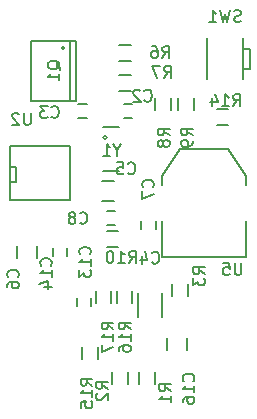
<source format=gbo>
G04 #@! TF.FileFunction,Legend,Bot*
%FSLAX46Y46*%
G04 Gerber Fmt 4.6, Leading zero omitted, Abs format (unit mm)*
G04 Created by KiCad (PCBNEW 4.0.1-stable) date Monday, February 15, 2016 'PMt' 09:43:10 PM*
%MOMM*%
G01*
G04 APERTURE LIST*
%ADD10C,0.100000*%
%ADD11C,0.150000*%
G04 APERTURE END LIST*
D10*
D11*
X116649500Y-85090000D02*
X121729500Y-85090000D01*
X121729500Y-85090000D02*
X121729500Y-80518000D01*
X121729500Y-80518000D02*
X116649500Y-80518000D01*
X116649500Y-80518000D02*
X116649500Y-85090000D01*
X116649500Y-83566000D02*
X117157500Y-83566000D01*
X117157500Y-83566000D02*
X117157500Y-82296000D01*
X117157500Y-82296000D02*
X116649500Y-82296000D01*
X126330000Y-78197000D02*
X127030000Y-78197000D01*
X127030000Y-76997000D02*
X126330000Y-76997000D01*
X123159000Y-76997000D02*
X122459000Y-76997000D01*
X122459000Y-78197000D02*
X123159000Y-78197000D01*
X127499000Y-94980000D02*
X127499000Y-92980000D01*
X129549000Y-92980000D02*
X129549000Y-94980000D01*
X127595000Y-99660000D02*
X127595000Y-100660000D01*
X128945000Y-100660000D02*
X128945000Y-99660000D01*
X125309000Y-99660000D02*
X125309000Y-100660000D01*
X126659000Y-100660000D02*
X126659000Y-99660000D01*
X130389000Y-92210000D02*
X130389000Y-93210000D01*
X131739000Y-93210000D02*
X131739000Y-92210000D01*
X136652000Y-86868000D02*
X136652000Y-89916000D01*
X136652000Y-89916000D02*
X129540000Y-89916000D01*
X129540000Y-89916000D02*
X129540000Y-86868000D01*
X136652000Y-83820000D02*
X136652000Y-83058000D01*
X136652000Y-83058000D02*
X135128000Y-80772000D01*
X135128000Y-80772000D02*
X131064000Y-80772000D01*
X131064000Y-80772000D02*
X129540000Y-83058000D01*
X129540000Y-83058000D02*
X129540000Y-83820000D01*
X121285000Y-72263000D02*
G75*
G03X121285000Y-72263000I-127000J0D01*
G01*
X121793000Y-71628000D02*
X121793000Y-76708000D01*
X118491000Y-71628000D02*
X118491000Y-76708000D01*
X122301000Y-71628000D02*
X122301000Y-76708000D01*
X122301000Y-71628000D02*
X118491000Y-71628000D01*
X122301000Y-76708000D02*
X118491000Y-76708000D01*
X125908000Y-73319000D02*
X126908000Y-73319000D01*
X126908000Y-71969000D02*
X125908000Y-71969000D01*
X125908000Y-75859000D02*
X126908000Y-75859000D01*
X126908000Y-74509000D02*
X125908000Y-74509000D01*
X130278500Y-77505000D02*
X130278500Y-76505000D01*
X128928500Y-76505000D02*
X128928500Y-77505000D01*
X132247000Y-77482500D02*
X132247000Y-76482500D01*
X130897000Y-76482500D02*
X130897000Y-77482500D01*
X136424000Y-74002000D02*
X136974000Y-74002000D01*
X136974000Y-74002000D02*
X136974000Y-72302000D01*
X136974000Y-72302000D02*
X136424000Y-72302000D01*
X133324000Y-71402000D02*
X133324000Y-74902000D01*
X136424000Y-74902000D02*
X136424000Y-71402000D01*
X127797000Y-86899000D02*
X127797000Y-87599000D01*
X128997000Y-87599000D02*
X128997000Y-86899000D01*
X125849000Y-87717000D02*
X124849000Y-87717000D01*
X124849000Y-89067000D02*
X125849000Y-89067000D01*
X124863519Y-79822040D02*
G75*
G03X124863519Y-79822040I-141899J0D01*
G01*
X125923040Y-78922880D02*
X124520960Y-78922880D01*
X124520960Y-82621120D02*
X125923040Y-82621120D01*
X135163000Y-77430000D02*
X134163000Y-77430000D01*
X134163000Y-78780000D02*
X135163000Y-78780000D01*
X124119000Y-98544000D02*
X124119000Y-97544000D01*
X122769000Y-97544000D02*
X122769000Y-98544000D01*
X125488000Y-85178000D02*
X124488000Y-85178000D01*
X124488000Y-83478000D02*
X125488000Y-83478000D01*
X117260000Y-90035000D02*
X117260000Y-89035000D01*
X118960000Y-89035000D02*
X118960000Y-90035000D01*
X124872000Y-87214000D02*
X125572000Y-87214000D01*
X125572000Y-86014000D02*
X124872000Y-86014000D01*
X120304000Y-89182500D02*
X120304000Y-89882500D01*
X121504000Y-89882500D02*
X121504000Y-89182500D01*
X129960000Y-97782000D02*
X129960000Y-96782000D01*
X131660000Y-96782000D02*
X131660000Y-97782000D01*
X122336000Y-93376000D02*
X122336000Y-94076000D01*
X123536000Y-94076000D02*
X123536000Y-93376000D01*
X125690000Y-92845000D02*
X125690000Y-93845000D01*
X127040000Y-93845000D02*
X127040000Y-92845000D01*
X125262000Y-93845000D02*
X125262000Y-92845000D01*
X123912000Y-92845000D02*
X123912000Y-93845000D01*
X118427405Y-77747881D02*
X118427405Y-78557405D01*
X118379786Y-78652643D01*
X118332167Y-78700262D01*
X118236929Y-78747881D01*
X118046452Y-78747881D01*
X117951214Y-78700262D01*
X117903595Y-78652643D01*
X117855976Y-78557405D01*
X117855976Y-77747881D01*
X117427405Y-77843119D02*
X117379786Y-77795500D01*
X117284548Y-77747881D01*
X117046452Y-77747881D01*
X116951214Y-77795500D01*
X116903595Y-77843119D01*
X116855976Y-77938357D01*
X116855976Y-78033595D01*
X116903595Y-78176452D01*
X117475024Y-78747881D01*
X116855976Y-78747881D01*
X128055666Y-76684143D02*
X128103285Y-76731762D01*
X128246142Y-76779381D01*
X128341380Y-76779381D01*
X128484238Y-76731762D01*
X128579476Y-76636524D01*
X128627095Y-76541286D01*
X128674714Y-76350810D01*
X128674714Y-76207952D01*
X128627095Y-76017476D01*
X128579476Y-75922238D01*
X128484238Y-75827000D01*
X128341380Y-75779381D01*
X128246142Y-75779381D01*
X128103285Y-75827000D01*
X128055666Y-75874619D01*
X127674714Y-75874619D02*
X127627095Y-75827000D01*
X127531857Y-75779381D01*
X127293761Y-75779381D01*
X127198523Y-75827000D01*
X127150904Y-75874619D01*
X127103285Y-75969857D01*
X127103285Y-76065095D01*
X127150904Y-76207952D01*
X127722333Y-76779381D01*
X127103285Y-76779381D01*
X120181666Y-78081143D02*
X120229285Y-78128762D01*
X120372142Y-78176381D01*
X120467380Y-78176381D01*
X120610238Y-78128762D01*
X120705476Y-78033524D01*
X120753095Y-77938286D01*
X120800714Y-77747810D01*
X120800714Y-77604952D01*
X120753095Y-77414476D01*
X120705476Y-77319238D01*
X120610238Y-77224000D01*
X120467380Y-77176381D01*
X120372142Y-77176381D01*
X120229285Y-77224000D01*
X120181666Y-77271619D01*
X119848333Y-77176381D02*
X119229285Y-77176381D01*
X119562619Y-77557333D01*
X119419761Y-77557333D01*
X119324523Y-77604952D01*
X119276904Y-77652571D01*
X119229285Y-77747810D01*
X119229285Y-77985905D01*
X119276904Y-78081143D01*
X119324523Y-78128762D01*
X119419761Y-78176381D01*
X119705476Y-78176381D01*
X119800714Y-78128762D01*
X119848333Y-78081143D01*
X128690666Y-90400143D02*
X128738285Y-90447762D01*
X128881142Y-90495381D01*
X128976380Y-90495381D01*
X129119238Y-90447762D01*
X129214476Y-90352524D01*
X129262095Y-90257286D01*
X129309714Y-90066810D01*
X129309714Y-89923952D01*
X129262095Y-89733476D01*
X129214476Y-89638238D01*
X129119238Y-89543000D01*
X128976380Y-89495381D01*
X128881142Y-89495381D01*
X128738285Y-89543000D01*
X128690666Y-89590619D01*
X127833523Y-89828714D02*
X127833523Y-90495381D01*
X128071619Y-89447762D02*
X128309714Y-90162048D01*
X127690666Y-90162048D01*
X130309881Y-101306334D02*
X129833690Y-100973000D01*
X130309881Y-100734905D02*
X129309881Y-100734905D01*
X129309881Y-101115858D01*
X129357500Y-101211096D01*
X129405119Y-101258715D01*
X129500357Y-101306334D01*
X129643214Y-101306334D01*
X129738452Y-101258715D01*
X129786071Y-101211096D01*
X129833690Y-101115858D01*
X129833690Y-100734905D01*
X130309881Y-102258715D02*
X130309881Y-101687286D01*
X130309881Y-101973000D02*
X129309881Y-101973000D01*
X129452738Y-101877762D01*
X129547976Y-101782524D01*
X129595595Y-101687286D01*
X124975881Y-101115834D02*
X124499690Y-100782500D01*
X124975881Y-100544405D02*
X123975881Y-100544405D01*
X123975881Y-100925358D01*
X124023500Y-101020596D01*
X124071119Y-101068215D01*
X124166357Y-101115834D01*
X124309214Y-101115834D01*
X124404452Y-101068215D01*
X124452071Y-101020596D01*
X124499690Y-100925358D01*
X124499690Y-100544405D01*
X124071119Y-101496786D02*
X124023500Y-101544405D01*
X123975881Y-101639643D01*
X123975881Y-101877739D01*
X124023500Y-101972977D01*
X124071119Y-102020596D01*
X124166357Y-102068215D01*
X124261595Y-102068215D01*
X124404452Y-102020596D01*
X124975881Y-101449167D01*
X124975881Y-102068215D01*
X133167381Y-91400334D02*
X132691190Y-91067000D01*
X133167381Y-90828905D02*
X132167381Y-90828905D01*
X132167381Y-91209858D01*
X132215000Y-91305096D01*
X132262619Y-91352715D01*
X132357857Y-91400334D01*
X132500714Y-91400334D01*
X132595952Y-91352715D01*
X132643571Y-91305096D01*
X132691190Y-91209858D01*
X132691190Y-90828905D01*
X132167381Y-91733667D02*
X132167381Y-92352715D01*
X132548333Y-92019381D01*
X132548333Y-92162239D01*
X132595952Y-92257477D01*
X132643571Y-92305096D01*
X132738810Y-92352715D01*
X132976905Y-92352715D01*
X133072143Y-92305096D01*
X133119762Y-92257477D01*
X133167381Y-92162239D01*
X133167381Y-91876524D01*
X133119762Y-91781286D01*
X133072143Y-91733667D01*
X136270905Y-90447881D02*
X136270905Y-91257405D01*
X136223286Y-91352643D01*
X136175667Y-91400262D01*
X136080429Y-91447881D01*
X135889952Y-91447881D01*
X135794714Y-91400262D01*
X135747095Y-91352643D01*
X135699476Y-91257405D01*
X135699476Y-90447881D01*
X134747095Y-90447881D02*
X135223286Y-90447881D01*
X135270905Y-90924071D01*
X135223286Y-90876452D01*
X135128048Y-90828833D01*
X134889952Y-90828833D01*
X134794714Y-90876452D01*
X134747095Y-90924071D01*
X134699476Y-91019310D01*
X134699476Y-91257405D01*
X134747095Y-91352643D01*
X134794714Y-91400262D01*
X134889952Y-91447881D01*
X135128048Y-91447881D01*
X135223286Y-91400262D01*
X135270905Y-91352643D01*
X120943619Y-74072762D02*
X120896000Y-73977524D01*
X120800762Y-73882286D01*
X120657905Y-73739429D01*
X120610286Y-73644190D01*
X120610286Y-73548952D01*
X120848381Y-73596571D02*
X120800762Y-73501333D01*
X120705524Y-73406095D01*
X120515048Y-73358476D01*
X120181714Y-73358476D01*
X119991238Y-73406095D01*
X119896000Y-73501333D01*
X119848381Y-73596571D01*
X119848381Y-73787048D01*
X119896000Y-73882286D01*
X119991238Y-73977524D01*
X120181714Y-74025143D01*
X120515048Y-74025143D01*
X120705524Y-73977524D01*
X120800762Y-73882286D01*
X120848381Y-73787048D01*
X120848381Y-73596571D01*
X120848381Y-74977524D02*
X120848381Y-74406095D01*
X120848381Y-74691809D02*
X119848381Y-74691809D01*
X119991238Y-74596571D01*
X120086476Y-74501333D01*
X120134095Y-74406095D01*
X129579666Y-73096381D02*
X129913000Y-72620190D01*
X130151095Y-73096381D02*
X130151095Y-72096381D01*
X129770142Y-72096381D01*
X129674904Y-72144000D01*
X129627285Y-72191619D01*
X129579666Y-72286857D01*
X129579666Y-72429714D01*
X129627285Y-72524952D01*
X129674904Y-72572571D01*
X129770142Y-72620190D01*
X130151095Y-72620190D01*
X128722523Y-72096381D02*
X128913000Y-72096381D01*
X129008238Y-72144000D01*
X129055857Y-72191619D01*
X129151095Y-72334476D01*
X129198714Y-72524952D01*
X129198714Y-72905905D01*
X129151095Y-73001143D01*
X129103476Y-73048762D01*
X129008238Y-73096381D01*
X128817761Y-73096381D01*
X128722523Y-73048762D01*
X128674904Y-73001143D01*
X128627285Y-72905905D01*
X128627285Y-72667810D01*
X128674904Y-72572571D01*
X128722523Y-72524952D01*
X128817761Y-72477333D01*
X129008238Y-72477333D01*
X129103476Y-72524952D01*
X129151095Y-72572571D01*
X129198714Y-72667810D01*
X129706666Y-74747381D02*
X130040000Y-74271190D01*
X130278095Y-74747381D02*
X130278095Y-73747381D01*
X129897142Y-73747381D01*
X129801904Y-73795000D01*
X129754285Y-73842619D01*
X129706666Y-73937857D01*
X129706666Y-74080714D01*
X129754285Y-74175952D01*
X129801904Y-74223571D01*
X129897142Y-74271190D01*
X130278095Y-74271190D01*
X129373333Y-73747381D02*
X128706666Y-73747381D01*
X129135238Y-74747381D01*
X130182881Y-79652834D02*
X129706690Y-79319500D01*
X130182881Y-79081405D02*
X129182881Y-79081405D01*
X129182881Y-79462358D01*
X129230500Y-79557596D01*
X129278119Y-79605215D01*
X129373357Y-79652834D01*
X129516214Y-79652834D01*
X129611452Y-79605215D01*
X129659071Y-79557596D01*
X129706690Y-79462358D01*
X129706690Y-79081405D01*
X129611452Y-80224262D02*
X129563833Y-80129024D01*
X129516214Y-80081405D01*
X129420976Y-80033786D01*
X129373357Y-80033786D01*
X129278119Y-80081405D01*
X129230500Y-80129024D01*
X129182881Y-80224262D01*
X129182881Y-80414739D01*
X129230500Y-80509977D01*
X129278119Y-80557596D01*
X129373357Y-80605215D01*
X129420976Y-80605215D01*
X129516214Y-80557596D01*
X129563833Y-80509977D01*
X129611452Y-80414739D01*
X129611452Y-80224262D01*
X129659071Y-80129024D01*
X129706690Y-80081405D01*
X129801929Y-80033786D01*
X129992405Y-80033786D01*
X130087643Y-80081405D01*
X130135262Y-80129024D01*
X130182881Y-80224262D01*
X130182881Y-80414739D01*
X130135262Y-80509977D01*
X130087643Y-80557596D01*
X129992405Y-80605215D01*
X129801929Y-80605215D01*
X129706690Y-80557596D01*
X129659071Y-80509977D01*
X129611452Y-80414739D01*
X132151381Y-79652834D02*
X131675190Y-79319500D01*
X132151381Y-79081405D02*
X131151381Y-79081405D01*
X131151381Y-79462358D01*
X131199000Y-79557596D01*
X131246619Y-79605215D01*
X131341857Y-79652834D01*
X131484714Y-79652834D01*
X131579952Y-79605215D01*
X131627571Y-79557596D01*
X131675190Y-79462358D01*
X131675190Y-79081405D01*
X132151381Y-80129024D02*
X132151381Y-80319500D01*
X132103762Y-80414739D01*
X132056143Y-80462358D01*
X131913286Y-80557596D01*
X131722810Y-80605215D01*
X131341857Y-80605215D01*
X131246619Y-80557596D01*
X131199000Y-80509977D01*
X131151381Y-80414739D01*
X131151381Y-80224262D01*
X131199000Y-80129024D01*
X131246619Y-80081405D01*
X131341857Y-80033786D01*
X131579952Y-80033786D01*
X131675190Y-80081405D01*
X131722810Y-80129024D01*
X131770429Y-80224262D01*
X131770429Y-80414739D01*
X131722810Y-80509977D01*
X131675190Y-80557596D01*
X131579952Y-80605215D01*
X136207333Y-70000762D02*
X136064476Y-70048381D01*
X135826380Y-70048381D01*
X135731142Y-70000762D01*
X135683523Y-69953143D01*
X135635904Y-69857905D01*
X135635904Y-69762667D01*
X135683523Y-69667429D01*
X135731142Y-69619810D01*
X135826380Y-69572190D01*
X136016857Y-69524571D01*
X136112095Y-69476952D01*
X136159714Y-69429333D01*
X136207333Y-69334095D01*
X136207333Y-69238857D01*
X136159714Y-69143619D01*
X136112095Y-69096000D01*
X136016857Y-69048381D01*
X135778761Y-69048381D01*
X135635904Y-69096000D01*
X135302571Y-69048381D02*
X135064476Y-70048381D01*
X134873999Y-69334095D01*
X134683523Y-70048381D01*
X134445428Y-69048381D01*
X133540666Y-70048381D02*
X134112095Y-70048381D01*
X133826381Y-70048381D02*
X133826381Y-69048381D01*
X133921619Y-69191238D01*
X134016857Y-69286476D01*
X134112095Y-69334095D01*
X128754143Y-84034334D02*
X128801762Y-83986715D01*
X128849381Y-83843858D01*
X128849381Y-83748620D01*
X128801762Y-83605762D01*
X128706524Y-83510524D01*
X128611286Y-83462905D01*
X128420810Y-83415286D01*
X128277952Y-83415286D01*
X128087476Y-83462905D01*
X127992238Y-83510524D01*
X127897000Y-83605762D01*
X127849381Y-83748620D01*
X127849381Y-83843858D01*
X127897000Y-83986715D01*
X127944619Y-84034334D01*
X127849381Y-84367667D02*
X127849381Y-85034334D01*
X128849381Y-84605762D01*
X126753857Y-90431881D02*
X127087191Y-89955690D01*
X127325286Y-90431881D02*
X127325286Y-89431881D01*
X126944333Y-89431881D01*
X126849095Y-89479500D01*
X126801476Y-89527119D01*
X126753857Y-89622357D01*
X126753857Y-89765214D01*
X126801476Y-89860452D01*
X126849095Y-89908071D01*
X126944333Y-89955690D01*
X127325286Y-89955690D01*
X125801476Y-90431881D02*
X126372905Y-90431881D01*
X126087191Y-90431881D02*
X126087191Y-89431881D01*
X126182429Y-89574738D01*
X126277667Y-89669976D01*
X126372905Y-89717595D01*
X125182429Y-89431881D02*
X125087190Y-89431881D01*
X124991952Y-89479500D01*
X124944333Y-89527119D01*
X124896714Y-89622357D01*
X124849095Y-89812833D01*
X124849095Y-90050929D01*
X124896714Y-90241405D01*
X124944333Y-90336643D01*
X124991952Y-90384262D01*
X125087190Y-90431881D01*
X125182429Y-90431881D01*
X125277667Y-90384262D01*
X125325286Y-90336643D01*
X125372905Y-90241405D01*
X125420524Y-90050929D01*
X125420524Y-89812833D01*
X125372905Y-89622357D01*
X125325286Y-89527119D01*
X125277667Y-89479500D01*
X125182429Y-89431881D01*
X125761691Y-80875190D02*
X125761691Y-81351381D01*
X126095024Y-80351381D02*
X125761691Y-80875190D01*
X125428357Y-80351381D01*
X124571214Y-81351381D02*
X125142643Y-81351381D01*
X124856929Y-81351381D02*
X124856929Y-80351381D01*
X124952167Y-80494238D01*
X125047405Y-80589476D01*
X125142643Y-80637095D01*
X135580357Y-77160381D02*
X135913691Y-76684190D01*
X136151786Y-77160381D02*
X136151786Y-76160381D01*
X135770833Y-76160381D01*
X135675595Y-76208000D01*
X135627976Y-76255619D01*
X135580357Y-76350857D01*
X135580357Y-76493714D01*
X135627976Y-76588952D01*
X135675595Y-76636571D01*
X135770833Y-76684190D01*
X136151786Y-76684190D01*
X134627976Y-77160381D02*
X135199405Y-77160381D01*
X134913691Y-77160381D02*
X134913691Y-76160381D01*
X135008929Y-76303238D01*
X135104167Y-76398476D01*
X135199405Y-76446095D01*
X133770833Y-76493714D02*
X133770833Y-77160381D01*
X134008929Y-76112762D02*
X134247024Y-76827048D01*
X133627976Y-76827048D01*
X123642381Y-100830143D02*
X123166190Y-100496809D01*
X123642381Y-100258714D02*
X122642381Y-100258714D01*
X122642381Y-100639667D01*
X122690000Y-100734905D01*
X122737619Y-100782524D01*
X122832857Y-100830143D01*
X122975714Y-100830143D01*
X123070952Y-100782524D01*
X123118571Y-100734905D01*
X123166190Y-100639667D01*
X123166190Y-100258714D01*
X123642381Y-101782524D02*
X123642381Y-101211095D01*
X123642381Y-101496809D02*
X122642381Y-101496809D01*
X122785238Y-101401571D01*
X122880476Y-101306333D01*
X122928095Y-101211095D01*
X122642381Y-102687286D02*
X122642381Y-102211095D01*
X123118571Y-102163476D01*
X123070952Y-102211095D01*
X123023333Y-102306333D01*
X123023333Y-102544429D01*
X123070952Y-102639667D01*
X123118571Y-102687286D01*
X123213810Y-102734905D01*
X123451905Y-102734905D01*
X123547143Y-102687286D01*
X123594762Y-102639667D01*
X123642381Y-102544429D01*
X123642381Y-102306333D01*
X123594762Y-102211095D01*
X123547143Y-102163476D01*
X126658666Y-82843643D02*
X126706285Y-82891262D01*
X126849142Y-82938881D01*
X126944380Y-82938881D01*
X127087238Y-82891262D01*
X127182476Y-82796024D01*
X127230095Y-82700786D01*
X127277714Y-82510310D01*
X127277714Y-82367452D01*
X127230095Y-82176976D01*
X127182476Y-82081738D01*
X127087238Y-81986500D01*
X126944380Y-81938881D01*
X126849142Y-81938881D01*
X126706285Y-81986500D01*
X126658666Y-82034119D01*
X125753904Y-81938881D02*
X126230095Y-81938881D01*
X126277714Y-82415071D01*
X126230095Y-82367452D01*
X126134857Y-82319833D01*
X125896761Y-82319833D01*
X125801523Y-82367452D01*
X125753904Y-82415071D01*
X125706285Y-82510310D01*
X125706285Y-82748405D01*
X125753904Y-82843643D01*
X125801523Y-82891262D01*
X125896761Y-82938881D01*
X126134857Y-82938881D01*
X126230095Y-82891262D01*
X126277714Y-82843643D01*
X117324143Y-91654334D02*
X117371762Y-91606715D01*
X117419381Y-91463858D01*
X117419381Y-91368620D01*
X117371762Y-91225762D01*
X117276524Y-91130524D01*
X117181286Y-91082905D01*
X116990810Y-91035286D01*
X116847952Y-91035286D01*
X116657476Y-91082905D01*
X116562238Y-91130524D01*
X116467000Y-91225762D01*
X116419381Y-91368620D01*
X116419381Y-91463858D01*
X116467000Y-91606715D01*
X116514619Y-91654334D01*
X116419381Y-92511477D02*
X116419381Y-92321000D01*
X116467000Y-92225762D01*
X116514619Y-92178143D01*
X116657476Y-92082905D01*
X116847952Y-92035286D01*
X117228905Y-92035286D01*
X117324143Y-92082905D01*
X117371762Y-92130524D01*
X117419381Y-92225762D01*
X117419381Y-92416239D01*
X117371762Y-92511477D01*
X117324143Y-92559096D01*
X117228905Y-92606715D01*
X116990810Y-92606715D01*
X116895571Y-92559096D01*
X116847952Y-92511477D01*
X116800333Y-92416239D01*
X116800333Y-92225762D01*
X116847952Y-92130524D01*
X116895571Y-92082905D01*
X116990810Y-92035286D01*
X122594666Y-87034643D02*
X122642285Y-87082262D01*
X122785142Y-87129881D01*
X122880380Y-87129881D01*
X123023238Y-87082262D01*
X123118476Y-86987024D01*
X123166095Y-86891786D01*
X123213714Y-86701310D01*
X123213714Y-86558452D01*
X123166095Y-86367976D01*
X123118476Y-86272738D01*
X123023238Y-86177500D01*
X122880380Y-86129881D01*
X122785142Y-86129881D01*
X122642285Y-86177500D01*
X122594666Y-86225119D01*
X122023238Y-86558452D02*
X122118476Y-86510833D01*
X122166095Y-86463214D01*
X122213714Y-86367976D01*
X122213714Y-86320357D01*
X122166095Y-86225119D01*
X122118476Y-86177500D01*
X122023238Y-86129881D01*
X121832761Y-86129881D01*
X121737523Y-86177500D01*
X121689904Y-86225119D01*
X121642285Y-86320357D01*
X121642285Y-86367976D01*
X121689904Y-86463214D01*
X121737523Y-86510833D01*
X121832761Y-86558452D01*
X122023238Y-86558452D01*
X122118476Y-86606071D01*
X122166095Y-86653690D01*
X122213714Y-86748929D01*
X122213714Y-86939405D01*
X122166095Y-87034643D01*
X122118476Y-87082262D01*
X122023238Y-87129881D01*
X121832761Y-87129881D01*
X121737523Y-87082262D01*
X121689904Y-87034643D01*
X121642285Y-86939405D01*
X121642285Y-86748929D01*
X121689904Y-86653690D01*
X121737523Y-86606071D01*
X121832761Y-86558452D01*
X120118143Y-90670143D02*
X120165762Y-90622524D01*
X120213381Y-90479667D01*
X120213381Y-90384429D01*
X120165762Y-90241571D01*
X120070524Y-90146333D01*
X119975286Y-90098714D01*
X119784810Y-90051095D01*
X119641952Y-90051095D01*
X119451476Y-90098714D01*
X119356238Y-90146333D01*
X119261000Y-90241571D01*
X119213381Y-90384429D01*
X119213381Y-90479667D01*
X119261000Y-90622524D01*
X119308619Y-90670143D01*
X120213381Y-91622524D02*
X120213381Y-91051095D01*
X120213381Y-91336809D02*
X119213381Y-91336809D01*
X119356238Y-91241571D01*
X119451476Y-91146333D01*
X119499095Y-91051095D01*
X119546714Y-92479667D02*
X120213381Y-92479667D01*
X119165762Y-92241571D02*
X119880048Y-92003476D01*
X119880048Y-92622524D01*
X132183143Y-100449143D02*
X132230762Y-100401524D01*
X132278381Y-100258667D01*
X132278381Y-100163429D01*
X132230762Y-100020571D01*
X132135524Y-99925333D01*
X132040286Y-99877714D01*
X131849810Y-99830095D01*
X131706952Y-99830095D01*
X131516476Y-99877714D01*
X131421238Y-99925333D01*
X131326000Y-100020571D01*
X131278381Y-100163429D01*
X131278381Y-100258667D01*
X131326000Y-100401524D01*
X131373619Y-100449143D01*
X132278381Y-101401524D02*
X132278381Y-100830095D01*
X132278381Y-101115809D02*
X131278381Y-101115809D01*
X131421238Y-101020571D01*
X131516476Y-100925333D01*
X131564095Y-100830095D01*
X131278381Y-102258667D02*
X131278381Y-102068190D01*
X131326000Y-101972952D01*
X131373619Y-101925333D01*
X131516476Y-101830095D01*
X131706952Y-101782476D01*
X132087905Y-101782476D01*
X132183143Y-101830095D01*
X132230762Y-101877714D01*
X132278381Y-101972952D01*
X132278381Y-102163429D01*
X132230762Y-102258667D01*
X132183143Y-102306286D01*
X132087905Y-102353905D01*
X131849810Y-102353905D01*
X131754571Y-102306286D01*
X131706952Y-102258667D01*
X131659333Y-102163429D01*
X131659333Y-101972952D01*
X131706952Y-101877714D01*
X131754571Y-101830095D01*
X131849810Y-101782476D01*
X123420143Y-89717643D02*
X123467762Y-89670024D01*
X123515381Y-89527167D01*
X123515381Y-89431929D01*
X123467762Y-89289071D01*
X123372524Y-89193833D01*
X123277286Y-89146214D01*
X123086810Y-89098595D01*
X122943952Y-89098595D01*
X122753476Y-89146214D01*
X122658238Y-89193833D01*
X122563000Y-89289071D01*
X122515381Y-89431929D01*
X122515381Y-89527167D01*
X122563000Y-89670024D01*
X122610619Y-89717643D01*
X123515381Y-90670024D02*
X123515381Y-90098595D01*
X123515381Y-90384309D02*
X122515381Y-90384309D01*
X122658238Y-90289071D01*
X122753476Y-90193833D01*
X122801095Y-90098595D01*
X122515381Y-91003357D02*
X122515381Y-91622405D01*
X122896333Y-91289071D01*
X122896333Y-91431929D01*
X122943952Y-91527167D01*
X122991571Y-91574786D01*
X123086810Y-91622405D01*
X123324905Y-91622405D01*
X123420143Y-91574786D01*
X123467762Y-91527167D01*
X123515381Y-91431929D01*
X123515381Y-91146214D01*
X123467762Y-91050976D01*
X123420143Y-91003357D01*
X126880881Y-96067643D02*
X126404690Y-95734309D01*
X126880881Y-95496214D02*
X125880881Y-95496214D01*
X125880881Y-95877167D01*
X125928500Y-95972405D01*
X125976119Y-96020024D01*
X126071357Y-96067643D01*
X126214214Y-96067643D01*
X126309452Y-96020024D01*
X126357071Y-95972405D01*
X126404690Y-95877167D01*
X126404690Y-95496214D01*
X126880881Y-97020024D02*
X126880881Y-96448595D01*
X126880881Y-96734309D02*
X125880881Y-96734309D01*
X126023738Y-96639071D01*
X126118976Y-96543833D01*
X126166595Y-96448595D01*
X125880881Y-97877167D02*
X125880881Y-97686690D01*
X125928500Y-97591452D01*
X125976119Y-97543833D01*
X126118976Y-97448595D01*
X126309452Y-97400976D01*
X126690405Y-97400976D01*
X126785643Y-97448595D01*
X126833262Y-97496214D01*
X126880881Y-97591452D01*
X126880881Y-97781929D01*
X126833262Y-97877167D01*
X126785643Y-97924786D01*
X126690405Y-97972405D01*
X126452310Y-97972405D01*
X126357071Y-97924786D01*
X126309452Y-97877167D01*
X126261833Y-97781929D01*
X126261833Y-97591452D01*
X126309452Y-97496214D01*
X126357071Y-97448595D01*
X126452310Y-97400976D01*
X125420381Y-96067643D02*
X124944190Y-95734309D01*
X125420381Y-95496214D02*
X124420381Y-95496214D01*
X124420381Y-95877167D01*
X124468000Y-95972405D01*
X124515619Y-96020024D01*
X124610857Y-96067643D01*
X124753714Y-96067643D01*
X124848952Y-96020024D01*
X124896571Y-95972405D01*
X124944190Y-95877167D01*
X124944190Y-95496214D01*
X125420381Y-97020024D02*
X125420381Y-96448595D01*
X125420381Y-96734309D02*
X124420381Y-96734309D01*
X124563238Y-96639071D01*
X124658476Y-96543833D01*
X124706095Y-96448595D01*
X124420381Y-97353357D02*
X124420381Y-98020024D01*
X125420381Y-97591452D01*
M02*

</source>
